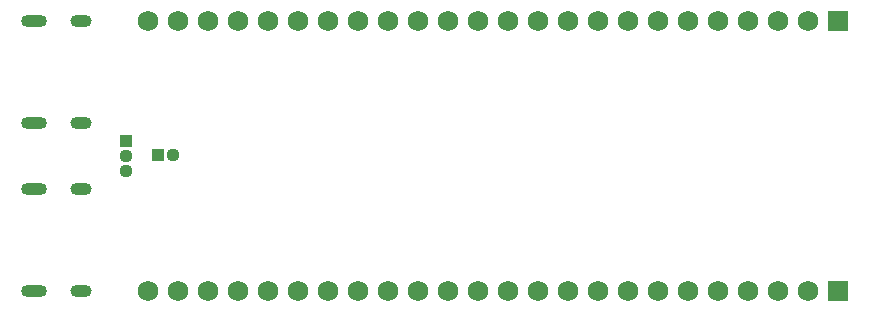
<source format=gbs>
G04*
G04 #@! TF.GenerationSoftware,Altium Limited,Altium Designer,24.8.2 (39)*
G04*
G04 Layer_Color=16711935*
%FSLAX25Y25*%
%MOIN*%
G70*
G04*
G04 #@! TF.SameCoordinates,54D4AE81-F579-4C1F-815F-76D8A96FC484*
G04*
G04*
G04 #@! TF.FilePolarity,Negative*
G04*
G01*
G75*
%ADD51C,0.04400*%
%ADD52R,0.04400X0.04400*%
%ADD53C,0.06800*%
%ADD54R,0.04400X0.04400*%
%ADD55R,0.06800X0.06800*%
G04:AMPARAMS|DCode=56|XSize=39.37mil|YSize=70.87mil|CornerRadius=19.68mil|HoleSize=0mil|Usage=FLASHONLY|Rotation=270.000|XOffset=0mil|YOffset=0mil|HoleType=Round|Shape=RoundedRectangle|*
%AMROUNDEDRECTD56*
21,1,0.03937,0.03150,0,0,270.0*
21,1,0.00000,0.07087,0,0,270.0*
1,1,0.03937,-0.01575,0.00000*
1,1,0.03937,-0.01575,0.00000*
1,1,0.03937,0.01575,0.00000*
1,1,0.03937,0.01575,0.00000*
%
%ADD56ROUNDEDRECTD56*%
G04:AMPARAMS|DCode=57|XSize=39.37mil|YSize=86.61mil|CornerRadius=19.68mil|HoleSize=0mil|Usage=FLASHONLY|Rotation=270.000|XOffset=0mil|YOffset=0mil|HoleType=Round|Shape=RoundedRectangle|*
%AMROUNDEDRECTD57*
21,1,0.03937,0.04724,0,0,270.0*
21,1,0.00000,0.08661,0,0,270.0*
1,1,0.03937,-0.02362,0.00000*
1,1,0.03937,-0.02362,0.00000*
1,1,0.03937,0.02362,0.00000*
1,1,0.03937,0.02362,0.00000*
%
%ADD57ROUNDEDRECTD57*%
D51*
X53300Y50300D02*
D03*
X37500Y45000D02*
D03*
Y50000D02*
D03*
D52*
X48300Y50300D02*
D03*
D53*
X215000Y5000D02*
D03*
X225000D02*
D03*
X65000D02*
D03*
X55000D02*
D03*
X245000D02*
D03*
X235000D02*
D03*
X205000D02*
D03*
X195000D02*
D03*
X185000D02*
D03*
X175000D02*
D03*
X165000D02*
D03*
X155000D02*
D03*
X145000D02*
D03*
X135000D02*
D03*
X125000D02*
D03*
X115000D02*
D03*
X105000D02*
D03*
X95000D02*
D03*
X75000Y95000D02*
D03*
X85000D02*
D03*
X95000D02*
D03*
X105000D02*
D03*
X115000D02*
D03*
X125000D02*
D03*
X135000D02*
D03*
X145000D02*
D03*
X155000D02*
D03*
X165000D02*
D03*
X175000D02*
D03*
X185000D02*
D03*
X195000D02*
D03*
X205000D02*
D03*
X215000D02*
D03*
X225000D02*
D03*
X235000D02*
D03*
X245000D02*
D03*
X255000D02*
D03*
X85000Y5000D02*
D03*
X75000D02*
D03*
X255000D02*
D03*
X65000Y95000D02*
D03*
X265000D02*
D03*
X55000D02*
D03*
X45000D02*
D03*
X265000Y5000D02*
D03*
X45000D02*
D03*
D54*
X37500Y55000D02*
D03*
D55*
X275000Y5000D02*
D03*
Y95000D02*
D03*
D56*
X22500Y60984D02*
D03*
Y95000D02*
D03*
Y5000D02*
D03*
Y39016D02*
D03*
D57*
X6752Y60984D02*
D03*
Y95000D02*
D03*
Y5000D02*
D03*
Y39016D02*
D03*
M02*

</source>
